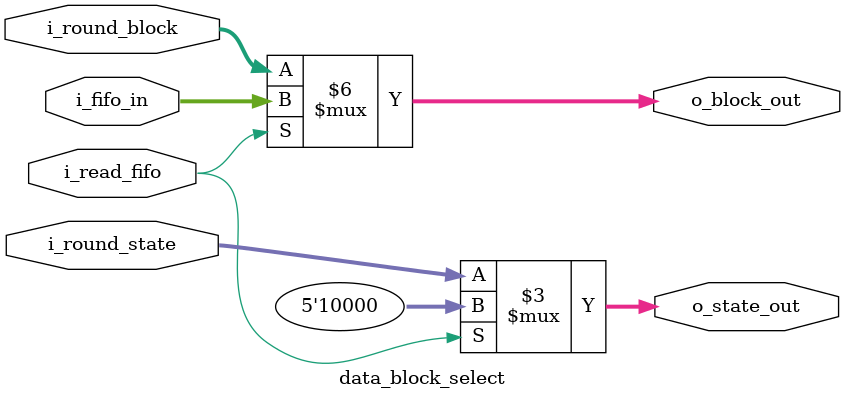
<source format=sv>

module data_block_select
  (
   input wire 	      i_read_fifo,
   input wire [127:0] i_fifo_in,
   input wire [127:0] i_round_block,
   input wire [4:0]   i_round_state,
   output reg [127:0] o_block_out,
   output reg [4:0]   o_state_out
   );

   always_comb begin
      o_block_out = i_round_block;
      o_state_out = i_round_state;

      if(i_read_fifo)
	begin
	   o_block_out = i_fifo_in;
	   o_state_out = 5'b10000;
	end
   end

endmodule

</source>
